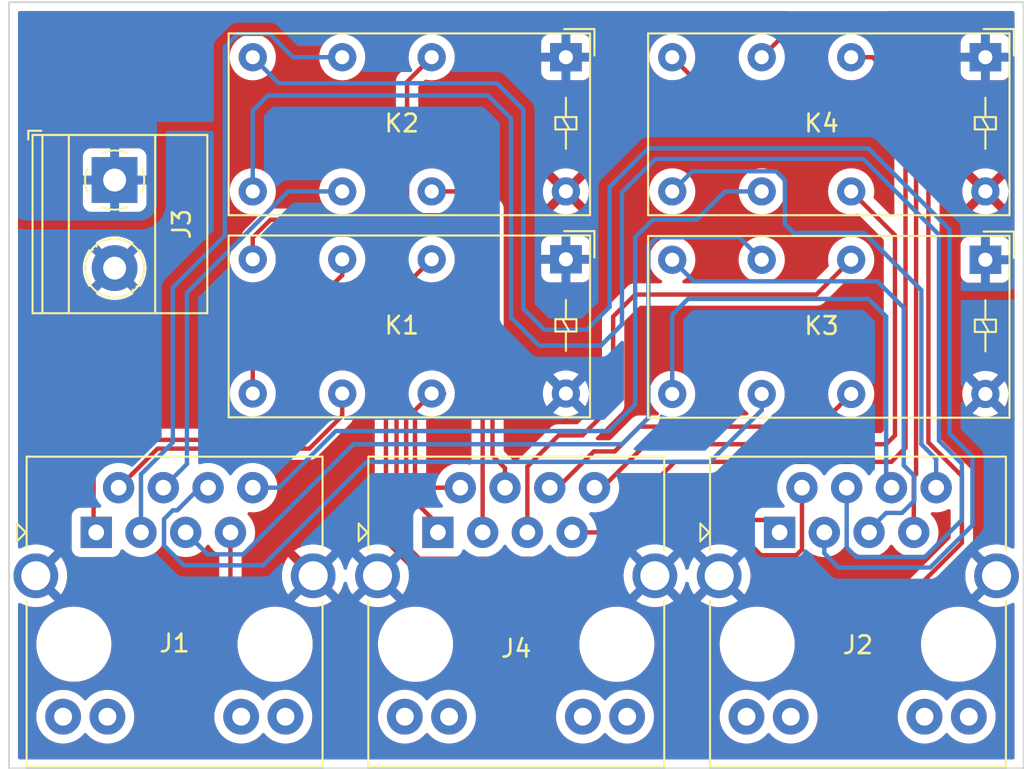
<source format=kicad_pcb>
(kicad_pcb (version 20211014) (generator pcbnew)
  (layers (0 "F.Cu" signal) (31 "B.Cu" signal) (34 "B.Paste" user) (35 "F.Paste" user) (36 "B.SilkS" user "B.Silkscreen") (37 "F.SilkS" user "F.Silkscreen") (38 "B.Mask" user) (39 "F.Mask" user) (44 "Edge.Cuts" user))
  (net 0 "")
  (net 1 "/HANDSET_PIN1")
  (net 2 "/NC_PIN1")
  (net 3 "/NO_PIN1")
  (net 4 "/HANDSET_PIN2")
  (net 5 "/NC_PIN2")
  (net 6 "/NO_PIN2")
  (net 7 "+12V")
  (net 8 "GND")
  (net 9 "/HANDSET_PIN3")
  (net 10 "/NC_PIN3")
  (net 11 "/NO_PIN3")
  (net 12 "/HANDSET_PIN4")
  (net 13 "/NC_PIN4")
  (net 14 "/NO_PIN4")
  (net 15 "/HANDSET_PIN5")
  (net 16 "/NC_PIN5")
  (net 17 "/NO_PIN5")
  (net 18 "/HANDSET_PIN6")
  (net 19 "/NC_PIN6")
  (net 20 "/NO_PIN6")
  (net 21 "/HANDSET_PIN7")
  (net 22 "/NC_PIN7")
  (net 23 "/NO_PIN7")
  (net 24 "/HANDSET_PIN8")
  (net 25 "/NC_PIN8")
  (net 26 "/NO_PIN8")
  (footprint "TerminalBlock_Phoenix:TerminalBlock_Phoenix_MKDS-1,5-2_1x02_P5.00mm_Horizontal" (layer "F.Cu") (at 145.695 97 -90)
    (fp_text reference "J3" (at 2.5 -3.805 90) (layer "F.SilkS"))
    (fp_text value "Screw_Terminal_01x02")
    (fp_line (start 6.275 -1.069) (end 6.228 -1.023) (layer "F.SilkS") (width 0.12))
    (fp_line (start -2.8 4.9) (end -2.3 4.9) (layer "F.SilkS") (width 0.12))
    (fp_line (start 3.966 1.239) (end 3.931 1.274) (layer "F.SilkS") (width 0.12))
    (fp_line (start -2.56 -5.261) (end 7.56 -5.261) (layer "F.SilkS") (width 0.12))
    (fp_line (start 3.773 1.023) (end 3.726 1.069) (layer "F.SilkS") (width 0.12))
    (fp_line (start -2.56 4.1) (end 7.56 4.1) (layer "F.SilkS") (width 0.12))
    (fp_line (start -2.56 4.66) (end 7.56 4.66) (layer "F.SilkS") (width 0.12))
    (fp_line (start 6.07 -1.275) (end 6.035 -1.239) (layer "F.SilkS") (width 0.12))
    (fp_line (start -2.56 2.6) (end 7.56 2.6) (layer "F.SilkS") (width 0.12))
    (fp_line (start 7.56 -5.261) (end 7.56 4.66) (layer "F.SilkS") (width 0.12))
    (fp_line (start -2.56 -2.301) (end 7.56 -2.301) (layer "F.SilkS") (width 0.12))
    (fp_line (start -2.56 -5.261) (end -2.56 4.66) (layer "F.SilkS") (width 0.12))
    (fp_line (start -2.8 4.16) (end -2.8 4.9) (layer "F.SilkS") (width 0.12))
    (fp_arc (start -0.683042 -1.535427) (mid 0.000524 -1.680501) (end 0.684 -1.535) (layer "F.SilkS") (width 0.12))
    (fp_arc (start 0.683318 1.534756) (mid 0.349292 1.643288) (end 0 1.68) (layer "F.SilkS") (width 0.12))
    (fp_arc (start -1.535427 0.683042) (mid -1.680501 -0.000524) (end -1.535 -0.684) (layer "F.SilkS") (width 0.12))
    (fp_arc (start 1.535427 -0.683042) (mid 1.680501 0.000524) (end 1.535 0.684) (layer "F.SilkS") (width 0.12))
    (fp_arc (start 0.028805 1.680253) (mid -0.335551 1.646659) (end -0.684 1.535) (layer "F.SilkS") (width 0.12))
    (fp_circle (center 5 0) (end 6.68 0) (layer "F.SilkS") (width 0.12) (fill none))
    (pad "1" thru_hole rect (at 0 0 270) (size 2.6 2.6) (drill 1.3) (layers *.Cu *.Mask) (net 7 "+12V"))
    (pad "2" thru_hole circle (at 5 0 270) (size 2.6 2.6) (drill 1.3) (layers *.Cu *.Mask) (net 8 "GND"))
  )
  (footprint "Relay_THT:Relay_DPDT_Finder_30.22" (layer "F.Cu") (at 195.135 90.024999 180)
    (fp_text reference "K4" (at 9.3 -3.75) (layer "F.SilkS"))
    (fp_text value "FINDER-30.22")
    (fp_line (start -0.6 -4.1) (end -0.6 -3.4) (layer "F.SilkS") (width 0.12))
    (fp_line (start 19.15 1.35) (end -1.37 1.35) (layer "F.SilkS") (width 0.12))
    (fp_line (start 19.15 -8.97) (end 19.15 1.35) (layer "F.SilkS") (width 0.12))
    (fp_line (start -1.62 1.6) (end -1.62 0.1) (layer "F.SilkS") (width 0.12))
    (fp_line (start 0.2 -3.4) (end -0.2 -4.1) (layer "F.SilkS") (width 0.12))
    (fp_line (start -1.37 1.35) (end -1.37 -8.97) (layer "F.SilkS") (width 0.12))
    (fp_line (start 0.6 -3.4) (end 0.6 -4.1) (layer "F.SilkS") (width 0.12))
    (fp_line (start 0 -4.1) (end 0 -5.2) (layer "F.SilkS") (width 0.12))
    (fp_line (start -0.6 -3.4) (end 0.6 -3.4) (layer "F.SilkS") (width 0.12))
    (fp_line (start 0.1 1.6) (end -1.62 1.6) (layer "F.SilkS") (width 0.12))
    (fp_line (start 0.6 -4.1) (end -0.6 -4.1) (layer "F.SilkS") (width 0.12))
    (fp_line (start -1.37 -8.97) (end 19.15 -8.97) (layer "F.SilkS") (width 0.12))
    (fp_line (start 0 -3.4) (end 0 -2.3) (layer "F.SilkS") (width 0.12))
    (pad "11" thru_hole circle (at 7.62 0 270) (size 1.6 1.6) (drill 0.8) (layers *.Cu *.Mask) (net 21 "/HANDSET_PIN7"))
    (pad "12" thru_hole circle (at 12.7 0 270) (size 1.6 1.6) (drill 0.8) (layers *.Cu *.Mask) (net 22 "/NC_PIN7"))
    (pad "14" thru_hole circle (at 17.78 0 270) (size 1.6 1.6) (drill 0.8) (layers *.Cu *.Mask) (net 23 "/NO_PIN7"))
    (pad "21" thru_hole circle (at 7.62 -7.62 270) (size 1.6 1.6) (drill 0.8) (layers *.Cu *.Mask) (net 24 "/HANDSET_PIN8"))
    (pad "22" thru_hole circle (at 12.7 -7.62 270) (size 1.6 1.6) (drill 0.8) (layers *.Cu *.Mask) (net 25 "/NC_PIN8"))
    (pad "24" thru_hole circle (at 17.78 -7.62) (size 1.6 1.6) (drill 0.8) (layers *.Cu *.Mask) (net 26 "/NO_PIN8"))
    (pad "A1" thru_hole rect (at 0 0 270) (size 1.6 1.8) (drill 0.8) (layers *.Cu *.Mask) (net 7 "+12V"))
    (pad "A2" thru_hole circle (at 0 -7.62 270) (size 1.6 1.6) (drill 0.8) (layers *.Cu *.Mask) (net 8 "GND"))
  )
  (footprint "Connector_RJ:RJ45_BEL_SS74301-00x_Vertical" (layer "F.Cu") (at 144.65 117.005)
    (fp_text reference "J1" (at 4.445 6.295) (layer "F.SilkS"))
    (fp_text value "RJ45_LED_Shielded")
    (fp_line (start -4.5 -0.5) (end -4.5 0.5) (layer "F.SilkS") (width 0.12))
    (fp_line (start -3.95 13.3) (end 12.85 13.3) (layer "F.SilkS") (width 0.12))
    (fp_line (start -3.95 13.2) (end -3.95 3.9) (layer "F.SilkS") (width 0.12))
    (fp_line (start -4 0) (end -4.5 -0.5) (layer "F.SilkS") (width 0.12))
    (fp_line (start 12.85 13.3) (end 12.85 3.9) (layer "F.SilkS") (width 0.12))
    (fp_line (start -3.95 -4.3) (end -3.95 1) (layer "F.SilkS") (width 0.12))
    (fp_line (start -4.5 0.5) (end -4 0) (layer "F.SilkS") (width 0.12))
    (fp_line (start -3.95 -4.3) (end 12.85 -4.3) (layer "F.SilkS") (width 0.12))
    (fp_line (start 12.85 -4.3) (end 12.85 1) (layer "F.SilkS") (width 0.12))
    (pad "" np_thru_hole circle (at -1.27 6.35) (size 3.2512 3.2512) (drill 3.2512) (layers *.Cu *.Mask))
    (pad "" np_thru_hole circle (at 10.16 6.35) (size 3.2512 3.2512) (drill 3.2512) (layers *.Cu *.Mask))
    (pad "1" thru_hole rect (at 0 0) (size 1.778 1.778) (drill 0.889) (layers *.Cu *.Mask) (net 2 "/NC_PIN1"))
    (pad "2" thru_hole circle (at 1.27 -2.54) (size 1.778 1.778) (drill 0.889) (layers *.Cu *.Mask) (net 5 "/NC_PIN2"))
    (pad "3" thru_hole circle (at 2.54 0) (size 1.778 1.778) (drill 0.889) (layers *.Cu *.Mask) (net 10 "/NC_PIN3"))
    (pad "4" thru_hole circle (at 3.81 -2.54) (size 1.778 1.778) (drill 0.889) (layers *.Cu *.Mask) (net 13 "/NC_PIN4"))
    (pad "5" thru_hole circle (at 5.08 0) (size 1.778 1.778) (drill 0.889) (layers *.Cu *.Mask) (net 16 "/NC_PIN5"))
    (pad "6" thru_hole circle (at 6.35 -2.54) (size 1.778 1.778) (drill 0.889) (layers *.Cu *.Mask) (net 19 "/NC_PIN6"))
    (pad "7" thru_hole circle (at 7.62 0) (size 1.778 1.778) (drill 0.889) (layers *.Cu *.Mask) (net 22 "/NC_PIN7"))
    (pad "8" thru_hole circle (at 8.89 -2.54) (size 1.778 1.778) (drill 0.889) (layers *.Cu *.Mask) (net 25 "/NC_PIN8"))
    (pad "9" thru_hole circle (at 10.7442 10.4648) (size 2.032 2.032) (drill 1.016) (layers *.Cu *.Mask))
    (pad "10" thru_hole circle (at 8.2296 10.4648) (size 2.032 2.032) (drill 1.016) (layers *.Cu *.Mask))
    (pad "11" thru_hole circle (at 0.635 10.4648) (size 2.032 2.032) (drill 1.016) (layers *.Cu *.Mask))
    (pad "12" thru_hole circle (at -1.8796 10.4648) (size 2.032 2.032) (drill 1.016) (layers *.Cu *.Mask))
    (pad "SH" thru_hole circle (at -3.429 2.4638) (size 2.54 2.54) (drill 1.651) (layers *.Cu *.Mask) (net 8 "GND"))
    (pad "SH" thru_hole circle (at 12.319 2.4638) (size 2.54 2.54) (drill 1.651) (layers *.Cu *.Mask) (net 8 "GND"))
  )
  (footprint "Relay_THT:Relay_DPDT_Finder_30.22" (layer "F.Cu") (at 195.135 101.524999 180)
    (fp_text reference "K3" (at 9.3 -3.75) (layer "F.SilkS"))
    (fp_text value "FINDER-30.22")
    (fp_line (start -0.6 -4.1) (end -0.6 -3.4) (layer "F.SilkS") (width 0.12))
    (fp_line (start 0.2 -3.4) (end -0.2 -4.1) (layer "F.SilkS") (width 0.12))
    (fp_line (start 19.15 1.35) (end -1.37 1.35) (layer "F.SilkS") (width 0.12))
    (fp_line (start 0.1 1.6) (end -1.62 1.6) (layer "F.SilkS") (width 0.12))
    (fp_line (start 0 -3.4) (end 0 -2.3) (layer "F.SilkS") (width 0.12))
    (fp_line (start -1.62 1.6) (end -1.62 0.1) (layer "F.SilkS") (width 0.12))
    (fp_line (start 0.6 -4.1) (end -0.6 -4.1) (layer "F.SilkS") (width 0.12))
    (fp_line (start -0.6 -3.4) (end 0.6 -3.4) (layer "F.SilkS") (width 0.12))
    (fp_line (start 19.15 -8.97) (end 19.15 1.35) (layer "F.SilkS") (width 0.12))
    (fp_line (start -1.37 1.35) (end -1.37 -8.97) (layer "F.SilkS") (width 0.12))
    (fp_line (start 0 -4.1) (end 0 -5.2) (layer "F.SilkS") (width 0.12))
    (fp_line (start 0.6 -3.4) (end 0.6 -4.1) (layer "F.SilkS") (width 0.12))
    (fp_line (start -1.37 -8.97) (end 19.15 -8.97) (layer "F.SilkS") (width 0.12))
    (pad "11" thru_hole circle (at 7.62 0 270) (size 1.6 1.6) (drill 0.8) (layers *.Cu *.Mask) (net 15 "/HANDSET_PIN5"))
    (pad "12" thru_hole circle (at 12.7 0 270) (size 1.6 1.6) (drill 0.8) (layers *.Cu *.Mask) (net 16 "/NC_PIN5"))
    (pad "14" thru_hole circle (at 17.78 0 270) (size 1.6 1.6) (drill 0.8) (layers *.Cu *.Mask) (net 17 "/NO_PIN5"))
    (pad "21" thru_hole circle (at 7.62 -7.62 270) (size 1.6 1.6) (drill 0.8) (layers *.Cu *.Mask) (net 18 "/HANDSET_PIN6"))
    (pad "22" thru_hole circle (at 12.7 -7.62 270) (size 1.6 1.6) (drill 0.8) (layers *.Cu *.Mask) (net 19 "/NC_PIN6"))
    (pad "24" thru_hole circle (at 17.78 -7.62) (size 1.6 1.6) (drill 0.8) (layers *.Cu *.Mask) (net 20 "/NO_PIN6"))
    (pad "A1" thru_hole rect (at 0 0 270) (size 1.6 1.8) (drill 0.8) (layers *.Cu *.Mask) (net 7 "+12V"))
    (pad "A2" thru_hole circle (at 0 -7.62 270) (size 1.6 1.6) (drill 0.8) (layers *.Cu *.Mask) (net 8 "GND"))
  )
  (footprint "Relay_THT:Relay_DPDT_Finder_30.22" (layer "F.Cu") (at 171.3175 90.024999 180)
    (fp_text reference "K2" (at 9.3175 -3.75) (layer "F.SilkS"))
    (fp_text value "FINDER-30.22")
    (fp_line (start 0.6 -3.4) (end 0.6 -4.1) (layer "F.SilkS") (width 0.12))
    (fp_line (start -1.62 1.6) (end -1.62 0.1) (layer "F.SilkS") (width 0.12))
    (fp_line (start 0 -4.1) (end 0 -5.2) (layer "F.SilkS") (width 0.12))
    (fp_line (start -1.37 1.35) (end -1.37 -8.97) (layer "F.SilkS") (width 0.12))
    (fp_line (start -1.37 -8.97) (end 19.15 -8.97) (layer "F.SilkS") (width 0.12))
    (fp_line (start 19.15 1.35) (end -1.37 1.35) (layer "F.SilkS") (width 0.12))
    (fp_line (start -0.6 -3.4) (end 0.6 -3.4) (layer "F.SilkS") (width 0.12))
    (fp_line (start 0.6 -4.1) (end -0.6 -4.1) (layer "F.SilkS") (width 0.12))
    (fp_line (start 0.1 1.6) (end -1.62 1.6) (layer "F.SilkS") (width 0.12))
    (fp_line (start -0.6 -4.1) (end -0.6 -3.4) (layer "F.SilkS") (width 0.12))
    (fp_line (start 0 -3.4) (end 0 -2.3) (layer "F.SilkS") (width 0.12))
    (fp_line (start 0.2 -3.4) (end -0.2 -4.1) (layer "F.SilkS") (width 0.12))
    (fp_line (start 19.15 -8.97) (end 19.15 1.35) (layer "F.SilkS") (width 0.12))
    (pad "11" thru_hole circle (at 7.62 0 270) (size 1.6 1.6) (drill 0.8) (layers *.Cu *.Mask) (net 9 "/HANDSET_PIN3"))
    (pad "12" thru_hole circle (at 12.7 0 270) (size 1.6 1.6) (drill 0.8) (layers *.Cu *.Mask) (net 10 "/NC_PIN3"))
    (pad "14" thru_hole circle (at 17.78 0 270) (size 1.6 1.6) (drill 0.8) (layers *.Cu *.Mask) (net 11 "/NO_PIN3"))
    (pad "21" thru_hole circle (at 7.62 -7.62 270) (size 1.6 1.6) (drill 0.8) (layers *.Cu *.Mask) (net 12 "/HANDSET_PIN4"))
    (pad "22" thru_hole circle (at 12.7 -7.62 270) (size 1.6 1.6) (drill 0.8) (layers *.Cu *.Mask) (net 13 "/NC_PIN4"))
    (pad "24" thru_hole circle (at 17.78 -7.62) (size 1.6 1.6) (drill 0.8) (layers *.Cu *.Mask) (net 14 "/NO_PIN4"))
    (pad "A1" thru_hole rect (at 0 0 270) (size 1.6 1.8) (drill 0.8) (layers *.Cu *.Mask) (net 7 "+12V"))
    (pad "A2" thru_hole circle (at 0 -7.62 270) (size 1.6 1.6) (drill 0.8) (layers *.Cu *.Mask) (net 8 "GND"))
  )
  (footprint "Connector_RJ:RJ45_BEL_SS74301-00x_Vertical" (layer "F.Cu") (at 183.45 117.005)
    (fp_text reference "J2" (at 4.445 6.395) (layer "F.SilkS"))
    (fp_text value "RJ45_LED_Shielded")
    (fp_line (start -3.95 -4.3) (end 12.85 -4.3) (layer "F.SilkS") (width 0.12))
    (fp_line (start -4 0) (end -4.5 -0.5) (layer "F.SilkS") (width 0.12))
    (fp_line (start -4.5 -0.5) (end -4.5 0.5) (layer "F.SilkS") (width 0.12))
    (fp_line (start 12.85 13.3) (end 12.85 3.9) (layer "F.SilkS") (width 0.12))
    (fp_line (start -3.95 -4.3) (end -3.95 1) (layer "F.SilkS") (width 0.12))
    (fp_line (start 12.85 -4.3) (end 12.85 1) (layer "F.SilkS") (width 0.12))
    (fp_line (start -3.95 13.2) (end -3.95 3.9) (layer "F.SilkS") (width 0.12))
    (fp_line (start -4.5 0.5) (end -4 0) (layer "F.SilkS") (width 0.12))
    (fp_line (start -3.95 13.3) (end 12.85 13.3) (layer "F.SilkS") (width 0.12))
    (pad "" np_thru_hole circle (at -1.27 6.35) (size 3.2512 3.2512) (drill 3.2512) (layers *.Cu *.Mask))
    (pad "" np_thru_hole circle (at 10.16 6.35) (size 3.2512 3.2512) (drill 3.2512) (layers *.Cu *.Mask))
    (pad "1" thru_hole rect (at 0 0) (size 1.778 1.778) (drill 0.889) (layers *.Cu *.Mask) (net 3 "/NO_PIN1"))
    (pad "2" thru_hole circle (at 1.27 -2.54) (size 1.778 1.778) (drill 0.889) (layers *.Cu *.Mask) (net 6 "/NO_PIN2"))
    (pad "3" thru_hole circle (at 2.54 0) (size 1.778 1.778) (drill 0.889) (layers *.Cu *.Mask) (net 11 "/NO_PIN3"))
    (pad "4" thru_hole circle (at 3.81 -2.54) (size 1.778 1.778) (drill 0.889) (layers *.Cu *.Mask) (net 14 "/NO_PIN4"))
    (pad "5" thru_hole circle (at 5.08 0) (size 1.778 1.778) (drill 0.889) (layers *.Cu *.Mask) (net 17 "/NO_PIN5"))
    (pad "6" thru_hole circle (at 6.35 -2.54) (size 1.778 1.778) (drill 0.889) (layers *.Cu *.Mask) (net 20 "/NO_PIN6"))
    (pad "7" thru_hole circle (at 7.62 0) (size 1.778 1.778) (drill 0.889) (layers *.Cu *.Mask) (net 23 "/NO_PIN7"))
    (pad "8" thru_hole circle (at 8.89 -2.54) (size 1.778 1.778) (drill 0.889) (layers *.Cu *.Mask) (net 26 "/NO_PIN8"))
    (pad "9" thru_hole circle (at 10.7442 10.4648) (size 2.032 2.032) (drill 1.016) (layers *.Cu *.Mask))
    (pad "10" thru_hole circle (at 8.2296 10.4648) (size 2.032 2.032) (drill 1.016) (layers *.Cu *.Mask))
    (pad "11" thru_hole circle (at 0.635 10.4648) (size 2.032 2.032) (drill 1.016) (layers *.Cu *.Mask))
    (pad "12" thru_hole circle (at -1.8796 10.4648) (size 2.032 2.032) (drill 1.016) (layers *.Cu *.Mask))
    (pad "SH" thru_hole circle (at -3.429 2.4638) (size 2.54 2.54) (drill 1.651) (layers *.Cu *.Mask) (net 8 "GND"))
    (pad "SH" thru_hole circle (at 12.319 2.4638) (size 2.54 2.54) (drill 1.651) (layers *.Cu *.Mask) (net 8 "GND"))
  )
  (footprint "Relay_THT:Relay_DPDT_Finder_30.22" (layer "F.Cu") (at 171.3175 101.5 180)
    (fp_text reference "K1" (at 9.3175 -3.75) (layer "F.SilkS"))
    (fp_text value "FINDER-30.22")
    (fp_line (start 0.1 1.6) (end -1.62 1.6) (layer "F.SilkS") (width 0.12))
    (fp_line (start 19.15 1.35) (end -1.37 1.35) (layer "F.SilkS") (width 0.12))
    (fp_line (start 0 -4.1) (end 0 -5.2) (layer "F.SilkS") (width 0.12))
    (fp_line (start 0.6 -3.4) (end 0.6 -4.1) (layer "F.SilkS") (width 0.12))
    (fp_line (start 0 -3.4) (end 0 -2.3) (layer "F.SilkS") (width 0.12))
    (fp_line (start 0.6 -4.1) (end -0.6 -4.1) (layer "F.SilkS") (width 0.12))
    (fp_line (start -0.6 -3.4) (end 0.6 -3.4) (layer "F.SilkS") (width 0.12))
    (fp_line (start -1.37 -8.97) (end 19.15 -8.97) (layer "F.SilkS") (width 0.12))
    (fp_line (start -1.37 1.35) (end -1.37 -8.97) (layer "F.SilkS") (width 0.12))
    (fp_line (start 19.15 -8.97) (end 19.15 1.35) (layer "F.SilkS") (width 0.12))
    (fp_line (start -0.6 -4.1) (end -0.6 -3.4) (layer "F.SilkS") (width 0.12))
    (fp_line (start 0.2 -3.4) (end -0.2 -4.1) (layer "F.SilkS") (width 0.12))
    (fp_line (start -1.62 1.6) (end -1.62 0.1) (layer "F.SilkS") (width 0.12))
    (pad "11" thru_hole circle (at 7.62 0 270) (size 1.6 1.6) (drill 0.8) (layers *.Cu *.Mask) (net 1 "/HANDSET_PIN1"))
    (pad "12" thru_hole circle (at 12.7 0 270) (size 1.6 1.6) (drill 0.8) (layers *.Cu *.Mask) (net 2 "/NC_PIN1"))
    (pad "14" thru_hole circle (at 17.78 0 270) (size 1.6 1.6) (drill 0.8) (layers *.Cu *.Mask) (net 3 "/NO_PIN1"))
    (pad "21" thru_hole circle (at 7.62 -7.62 270) (size 1.6 1.6) (drill 0.8) (layers *.Cu *.Mask) (net 4 "/HANDSET_PIN2"))
    (pad "22" thru_hole circle (at 12.7 -7.62 270) (size 1.6 1.6) (drill 0.8) (layers *.Cu *.Mask) (net 5 "/NC_PIN2"))
    (pad "24" thru_hole circle (at 17.78 -7.62) (size 1.6 1.6) (drill 0.8) (layers *.Cu *.Mask) (net 6 "/NO_PIN2"))
    (pad "A1" thru_hole rect (at 0 0 270) (size 1.6 1.8) (drill 0.8) (layers *.Cu *.Mask) (net 7 "+12V"))
    (pad "A2" thru_hole circle (at 0 -7.62 270) (size 1.6 1.6) (drill 0.8) (layers *.Cu *.Mask) (net 8 "GND"))
  )
  (footprint "Connector_RJ:RJ45_BEL_SS74301-00x_Vertical" (layer "F.Cu") (at 164.05 117.005)
    (fp_text reference "J4" (at 4.445 6.595) (layer "F.SilkS"))
    (fp_text value "RJ45_LED_Shielded")
    (fp_line (start -4 0) (end -4.5 -0.5) (layer "F.SilkS") (width 0.12))
    (fp_line (start -3.95 13.2) (end -3.95 3.9) (layer "F.SilkS") (width 0.12))
    (fp_line (start -3.95 -4.3) (end 12.85 -4.3) (layer "F.SilkS") (width 0.12))
    (fp_line (start -3.95 -4.3) (end -3.95 1) (layer "F.SilkS") (width 0.12))
    (fp_line (start 12.85 -4.3) (end 12.85 1) (layer "F.SilkS") (width 0.12))
    (fp_line (start 12.85 13.3) (end 12.85 3.9) (layer "F.SilkS") (width 0.12))
    (fp_line (start -3.95 13.3) (end 12.85 13.3) (layer "F.SilkS") (width 0.12))
    (fp_line (start -4.5 0.5) (end -4 0) (layer "F.SilkS") (width 0.12))
    (fp_line (start -4.5 -0.5) (end -4.5 0.5) (layer "F.SilkS") (width 0.12))
    (pad "" np_thru_hole circle (at -1.27 6.35) (size 3.2512 3.2512) (drill 3.2512) (layers *.Cu *.Mask))
    (pad "" np_thru_hole circle (at 10.16 6.35) (size 3.2512 3.2512) (drill 3.2512) (layers *.Cu *.Mask))
    (pad "1" thru_hole rect (at 0 0) (size 1.778 1.778) (drill 0.889) (layers *.Cu *.Mask) (net 1 "/HANDSET_PIN1"))
    (pad "2" thru_hole circle (at 1.27 -2.54) (size 1.778 1.778) (drill 0.889) (layers *.Cu *.Mask) (net 4 "/HANDSET_PIN2"))
    (pad "3" thru_hole circle (at 2.54 0) (size 1.778 1.778) (drill 0.889) (layers *.Cu *.Mask) (net 9 "/HANDSET_PIN3"))
    (pad "4" thru_hole circle (at 3.81 -2.54) (size 1.778 1.778) (drill 0.889) (layers *.Cu *.Mask) (net 12 "/HANDSET_PIN4"))
    (pad "5" thru_hole circle (at 5.08 0) (size 1.778 1.778) (drill 0.889) (layers *.Cu *.Mask) (net 15 "/HANDSET_PIN5"))
    (pad "6" thru_hole circle (at 6.35 -2.54) (size 1.778 1.778) (drill 0.889) (layers *.Cu *.Mask) (net 18 "/HANDSET_PIN6"))
    (pad "7" thru_hole circle (at 7.62 0) (size 1.778 1.778) (drill 0.889) (layers *.Cu *.Mask) (net 21 "/HANDSET_PIN7"))
    (pad "8" thru_hole circle (at 8.89 -2.54) (size 1.778 1.778) (drill 0.889) (layers *.Cu *.Mask) (net 24 "/HANDSET_PIN8"))
    (pad "9" thru_hole circle (at 10.7442 10.4648) (size 2.032 2.032) (drill 1.016) (layers *.Cu *.Mask))
    (pad "10" thru_hole circle (at 8.2296 10.4648) (size 2.032 2.032) (drill 1.016) (layers *.Cu *.Mask))
    (pad "11" thru_hole circle (at 0.635 10.4648) (size 2.032 2.032) (drill 1.016) (layers *.Cu *.Mask))
    (pad "12" thru_hole circle (at -1.8796 10.4648) (size 2.032 2.032) (drill 1.016) (layers *.Cu *.Mask))
    (pad "SH" thru_hole circle (at -3.429 2.4638) (size 2.54 2.54) (drill 1.651) (layers *.Cu *.Mask) (net 8 "GND"))
    (pad "SH" thru_hole circle (at 12.319 2.4638) (size 2.54 2.54) (drill 1.651) (layers *.Cu *.Mask) (net 8 "GND"))
  )
  (gr_rect (start 197.3 130.4) (end 139.7 86.9) (layer "Edge.Cuts") (width 0.1) (fill none))
  (segment (start 164.5 117) (end 164.5 117.005) (width 0.25) (layer "F.Cu") (net 1))
  (segment (start 162.24875 102.94875) (end 163.6975 101.5) (width 0.25) (layer "F.Cu") (net 1))
  (segment (start 164.5 117.005) (end 162.24875 114.75375) (width 0.25) (layer "F.Cu") (net 1))
  (segment (start 162.24875 114.75375) (end 162.24875 102.94875) (width 0.25) (layer "F.Cu") (net 1))
  (segment (start 144.5 116.855) (end 144.5 113.75) (width 0.25) (layer "F.Cu") (net 2))
  (segment (start 156.05875 104.95875) (end 158.6175 102.4) (width 0.25) (layer "F.Cu") (net 2))
  (segment (start 144.5 113.75) (end 146.5 111.75) (width 0.25) (layer "F.Cu") (net 2))
  (segment (start 146.5 111.75) (end 154.15 111.75) (width 0.25) (layer "F.Cu") (net 2))
  (segment (start 156.05875 109.84125) (end 156.05875 104.95875) (width 0.25) (layer "F.Cu") (net 2))
  (segment (start 158.6175 102.4) (end 158.6175 101.5) (width 0.25) (layer "F.Cu") (net 2))
  (segment (start 144.65 117.005) (end 144.5 116.855) (width 0.25) (layer "F.Cu") (net 2))
  (segment (start 154.15 111.75) (end 156.05875 109.84125) (width 0.25) (layer "F.Cu") (net 2))
  (segment (start 161.7 117.2) (end 161.7 101.3) (width 0.25) (layer "F.Cu") (net 3))
  (segment (start 175 116.3) (end 172.8 118.5) (width 0.25) (layer "F.Cu") (net 3))
  (segment (start 183.45 117.005) (end 182.745 116.3) (width 0.25) (layer "F.Cu") (net 3))
  (segment (start 153.5375 100.2625) (end 153.5375 101.5) (width 0.25) (layer "F.Cu") (net 3))
  (segment (start 163 118.5) (end 161.7 117.2) (width 0.25) (layer "F.Cu") (net 3))
  (segment (start 172.8 118.5) (end 163 118.5) (width 0.25) (layer "F.Cu") (net 3))
  (segment (start 182.745 116.3) (end 175 116.3) (width 0.25) (layer "F.Cu") (net 3))
  (segment (start 161.7 101.3) (end 159.65 99.25) (width 0.25) (layer "F.Cu") (net 3))
  (segment (start 154.55 99.25) (end 153.5375 100.2625) (width 0.25) (layer "F.Cu") (net 3))
  (segment (start 159.65 99.25) (end 154.55 99.25) (width 0.25) (layer "F.Cu") (net 3))
  (segment (start 164.41 109.12) (end 163.6975 109.12) (width 0.25) (layer "F.Cu") (net 4))
  (segment (start 162.75 114) (end 162.75 110.0675) (width 0.25) (layer "F.Cu") (net 4))
  (segment (start 162.75 110.0675) (end 163.6975 109.12) (width 0.25) (layer "F.Cu") (net 4))
  (segment (start 165.32 114.465) (end 163.215 114.465) (width 0.25) (layer "F.Cu") (net 4))
  (segment (start 163.215 114.465) (end 162.75 114) (width 0.25) (layer "F.Cu") (net 4))
  (segment (start 145.92 114.465) (end 148.135 112.25) (width 0.25) (layer "F.Cu") (net 5))
  (segment (start 158.6175 110.3825) (end 158.6175 109.12) (width 0.25) (layer "F.Cu") (net 5))
  (segment (start 156.75 112.25) (end 158.6175 110.3825) (width 0.25) (layer "F.Cu") (net 5))
  (segment (start 148.135 112.25) (end 156.75 112.25) (width 0.25) (layer "F.Cu") (net 5))
  (segment (start 161.1 101.7) (end 161.1 117.5) (width 0.25) (layer "F.Cu") (net 6))
  (segment (start 184.72 114.465) (end 184.72 117.98) (width 0.25) (layer "F.Cu") (net 6))
  (segment (start 161.1 117.5) (end 162.7 119.1) (width 0.25) (layer "F.Cu") (net 6))
  (segment (start 159.5 100.1) (end 161.1 101.7) (width 0.25) (layer "F.Cu") (net 6))
  (segment (start 155.95 101.45) (end 157.3 100.1) (width 0.25) (layer "F.Cu") (net 6))
  (segment (start 155.95 102.25) (end 155.95 101.45) (width 0.25) (layer "F.Cu") (net 6))
  (segment (start 153.5375 104.6625) (end 155.95 102.25) (width 0.25) (layer "F.Cu") (net 6))
  (segment (start 173.1 119.1) (end 173.9 118.3) (width 0.25) (layer "F.Cu") (net 6))
  (segment (start 157.3 100.1) (end 159.5 100.1) (width 0.25) (layer "F.Cu") (net 6))
  (segment (start 175.3 116.9) (end 173.9 118.3) (width 0.25) (layer "F.Cu") (net 6))
  (segment (start 182.4 118.3) (end 181.5 117.4) (width 0.25) (layer "F.Cu") (net 6))
  (segment (start 184.4 118.3) (end 182.4 118.3) (width 0.25) (layer "F.Cu") (net 6))
  (segment (start 173.9 118.3) (end 173.5 118.7) (width 0.25) (layer "F.Cu") (net 6))
  (segment (start 181.5 117.4) (end 181 116.9) (width 0.25) (layer "F.Cu") (net 6))
  (segment (start 184.72 117.98) (end 184.4 118.3) (width 0.25) (layer "F.Cu") (net 6))
  (segment (start 153.5375 109.12) (end 153.5375 104.6625) (width 0.25) (layer "F.Cu") (net 6))
  (segment (start 173.5 118.7) (end 173.2 119) (width 0.25) (layer "F.Cu") (net 6))
  (segment (start 162.7 119.1) (end 173.1 119.1) (width 0.25) (layer "F.Cu") (net 6))
  (segment (start 181 116.9) (end 175.3 116.9) (width 0.25) (layer "F.Cu") (net 6))
  (segment (start 165.8 99) (end 166.59 99.79) (width 0.25) (layer "F.Cu") (net 9))
  (segment (start 167.04 117.005) (end 167 116.965) (width 0.25) (layer "F.Cu") (net 9))
  (segment (start 163.6975 90.024999) (end 162.3 91.4225) (width 0.25) (layer "F.Cu") (net 9))
  (segment (start 166.59 99.79) (end 166.59 117.005) (width 0.25) (layer "F.Cu") (net 9))
  (segment (start 162.3 91.4225) (end 162.3 98.55) (width 0.25) (layer "F.Cu") (net 9))
  (segment (start 162.3 98.55) (end 162.75 99) (width 0.25) (layer "F.Cu") (net 9))
  (segment (start 162.75 99) (end 165.8 99) (width 0.25) (layer "F.Cu") (net 9))
  (segment (start 149 111.9) (end 149 103.1) (width 0.25) (layer "B.Cu") (net 10))
  (segment (start 152.7 88.7) (end 154.5 88.7) (width 0.25) (layer "B.Cu") (net 10))
  (segment (start 149 103.1) (end 151.95 100.15) (width 0.25) (layer "B.Cu") (net 10))
  (segment (start 147.19 117.005) (end 147.19 113.71) (width 0.25) (layer "B.Cu") (net 10))
  (segment (start 151.95 100.15) (end 151.95 89.45) (width 0.25) (layer "B.Cu") (net 10))
  (segment (start 147.19 113.71) (end 149 111.9) (width 0.25) (layer "B.Cu") (net 10))
  (segment (start 151.95 89.45) (end 152.7 88.7) (width 0.25) (layer "B.Cu") (net 10))
  (segment (start 154.5 88.7) (end 155.824999 90.024999) (width 0.25) (layer "B.Cu") (net 10))
  (segment (start 155.824999 90.024999) (end 158.6175 90.024999) (width 0.25) (layer "B.Cu") (net 10))
  (segment (start 168.9 104.3) (end 168.9 93) (width 0.25) (layer "B.Cu") (net 11))
  (segment (start 193.1 111.4) (end 193.1 99.8) (width 0.25) (layer "B.Cu") (net 11))
  (segment (start 186.8 119) (end 192 119) (width 0.25) (layer "B.Cu") (net 11))
  (segment (start 155.012501 91.5) (end 153.5375 90.024999) (width 0.25) (layer "B.Cu") (net 11))
  (segment (start 167.4 91.5) (end 155.012501 91.5) (width 0.25) (layer "B.Cu") (net 11))
  (segment (start 173.8 104.2) (end 172.5 105.5) (width 0.25) (layer "B.Cu") (net 11))
  (segment (start 168.9 93) (end 167.4 91.5) (width 0.25) (layer "B.Cu") (net 11))
  (segment (start 192 119) (end 194.4 116.6) (width 0.25) (layer "B.Cu") (net 11))
  (segment (start 185.99 118.19) (end 186.8 119) (width 0.25) (layer "B.Cu") (net 11))
  (segment (start 188.5 95.2) (end 176 95.2) (width 0.25) (layer "B.Cu") (net 11))
  (segment (start 170.1 105.5) (end 168.9 104.3) (width 0.25) (layer "B.Cu") (net 11))
  (segment (start 193.1 99.8) (end 188.5 95.2) (width 0.25) (layer "B.Cu") (net 11))
  (segment (start 176 95.2) (end 173.8 97.4) (width 0.25) (layer "B.Cu") (net 11))
  (segment (start 194.4 112.7) (end 193.1 111.4) (width 0.25) (layer "B.Cu") (net 11))
  (segment (start 173.8 97.4) (end 173.8 104.2) (width 0.25) (layer "B.Cu") (net 11))
  (segment (start 185.99 117.005) (end 185.99 118.19) (width 0.25) (layer "B.Cu") (net 11))
  (segment (start 172.5 105.5) (end 170.1 105.5) (width 0.25) (layer "B.Cu") (net 11))
  (segment (start 194.4 116.6) (end 194.4 112.7) (width 0.25) (layer "B.Cu") (net 11))
  (segment (start 167.86 114.465) (end 167.86 113.36) (width 0.25) (layer "F.Cu") (net 12))
  (segment (start 166.144999 97.644999) (end 163.6975 97.644999) (width 0.25) (layer "F.Cu") (net 12))
  (segment (start 167.86 113.36) (end 167.15 112.65) (width 0.25) (layer "F.Cu") (net 12))
  (segment (start 167.15 112.65) (end 167.15 98.65) (width 0.25) (layer "F.Cu") (net 12))
  (segment (start 167.15 98.65) (end 166.144999 97.644999) (width 0.25) (layer "F.Cu") (net 12))
  (segment (start 149.8 103.4) (end 155.555001 97.644999) (width 0.25) (layer "B.Cu") (net 13))
  (segment (start 148.46 114.465) (end 149.8 113.125) (width 0.25) (layer "B.Cu") (net 13))
  (segment (start 155.555001 97.644999) (end 158.6175 97.644999) (width 0.25) (layer "B.Cu") (net 13))
  (segment (start 149.8 113.125) (end 149.8 103.4) (width 0.25) (layer "B.Cu") (net 13))
  (segment (start 187.26 117.86) (end 187.8 118.4) (width 0.25) (layer "B.Cu") (net 14))
  (segment (start 176.4 95.8) (end 174.5 97.7) (width 0.25) (layer "B.Cu") (net 14))
  (segment (start 174.5 97.7) (end 174.5 105.2) (width 0.25) (layer "B.Cu") (net 14))
  (segment (start 187.8 118.4) (end 191.7 118.4) (width 0.25) (layer "B.Cu") (net 14))
  (segment (start 193.8 116.3) (end 193.8 113.1) (width 0.25) (layer "B.Cu") (net 14))
  (segment (start 169.8 106.4) (end 168.2 104.8) (width 0.25) (layer "B.Cu") (net 14))
  (segment (start 168.2 93.5) (end 166.9 92.2) (width 0.25) (layer "B.Cu") (net 14))
  (segment (start 192.5 111.8) (end 192.5 100.1) (width 0.25) (layer "B.Cu") (net 14))
  (segment (start 173.3 106.4) (end 169.8 106.4) (width 0.25) (layer "B.Cu") (net 14))
  (segment (start 187.26 114.465) (end 187.26 117.86) (width 0.25) (layer "B.Cu") (net 14))
  (segment (start 166.9 92.2) (end 154.4 92.2) (width 0.25) (layer "B.Cu") (net 14))
  (segment (start 168.2 104.8) (end 168.2 93.5) (width 0.25) (layer "B.Cu") (net 14))
  (segment (start 191.7 118.4) (end 193.8 116.3) (width 0.25) (layer "B.Cu") (net 14))
  (segment (start 193.8 113.1) (end 192.5 111.8) (width 0.25) (layer "B.Cu") (net 14))
  (segment (start 188.2 95.8) (end 176.4 95.8) (width 0.25) (layer "B.Cu") (net 14))
  (segment (start 154.4 92.2) (end 153.5375 93.0625) (width 0.25) (layer "B.Cu") (net 14))
  (segment (start 192.5 100.1) (end 188.2 95.8) (width 0.25) (layer "B.Cu") (net 14))
  (segment (start 174.5 105.2) (end 173.3 106.4) (width 0.25) (layer "B.Cu") (net 14))
  (segment (start 153.5375 93.0625) (end 153.5375 97.644999) (width 0.25) (layer "B.Cu") (net 14))
  (segment (start 174 104.75) (end 175.25 103.5) (width 0.25) (layer "F.Cu") (net 15))
  (segment (start 170.9 111.5) (end 172.25 111.5) (width 0.25) (layer "F.Cu") (net 15))
  (segment (start 185.539999 103.5) (end 187.515 101.524999) (width 0.25) (layer "F.Cu") (net 15))
  (segment (start 174 109.75) (end 174 104.75) (width 0.25) (layer "F.Cu") (net 15))
  (segment (start 172.25 111.5) (end 174 109.75) (width 0.25) (layer "F.Cu") (net 15))
  (segment (start 175.25 103.5) (end 185.539999 103.5) (width 0.25) (layer "F.Cu") (net 15))
  (segment (start 169.13 117.005) (end 169.13 113.27) (width 0.25) (layer "F.Cu") (net 15))
  (segment (start 169.13 113.27) (end 170.9 111.5) (width 0.25) (layer "F.Cu") (net 15))
  (segment (start 176.5 100.25) (end 181.160001 100.25) (width 0.25) (layer "B.Cu") (net 16))
  (segment (start 176 100.75) (end 176.5 100.25) (width 0.25) (layer "B.Cu") (net 16))
  (segment (start 181.160001 100.25) (end 182.435 101.524999) (width 0.25) (layer "B.Cu") (net 16))
  (segment (start 149.73 117.005) (end 150.975 118.25) (width 0.25) (layer "B.Cu") (net 16))
  (segment (start 159.25 112) (end 174.5 112) (width 0.25) (layer "B.Cu") (net 16))
  (segment (start 149.73 117.005) (end 149.75 116.985) (width 0.25) (layer "B.Cu") (net 16))
  (segment (start 174.5 112) (end 176 110.5) (width 0.25) (layer "B.Cu") (net 16))
  (segment (start 153 118.25) (end 159.25 112) (width 0.25) (layer "B.Cu") (net 16))
  (segment (start 176 110.5) (end 176 100.75) (width 0.25) (layer "B.Cu") (net 16))
  (segment (start 150.975 118.25) (end 153 118.25) (width 0.25) (layer "B.Cu") (net 16))
  (segment (start 190.5 113.2) (end 191.1 113.8) (width 0.25) (layer "B.Cu") (net 17))
  (segment (start 190.5 104.25) (end 190.5 113.2) (width 0.25) (layer "B.Cu") (net 17))
  (segment (start 189 102.75) (end 190.5 104.25) (width 0.25) (layer "B.Cu") (net 17))
  (segment (start 189.5 115.9) (end 188.53 116.87) (width 0.25) (layer "B.Cu") (net 17))
  (segment (start 177.355 101.524999) (end 178.580001 102.75) (width 0.25) (layer "B.Cu") (net 17))
  (segment (start 178.580001 102.75) (end 189 102.75) (width 0.25) (layer "B.Cu") (net 17))
  (segment (start 191.1 115.2) (end 190.4 115.9) (width 0.25) (layer "B.Cu") (net 17))
  (segment (start 188.53 116.87) (end 188.53 117.005) (width 0.25) (layer "B.Cu") (net 17))
  (segment (start 191.1 113.8) (end 191.1 115.2) (width 0.25) (layer "B.Cu") (net 17))
  (segment (start 190.4 115.9) (end 189.5 115.9) (width 0.25) (layer "B.Cu") (net 17))
  (segment (start 174.0925 112.4075) (end 175.5 111) (width 0.25) (layer "F.Cu") (net 18))
  (segment (start 175.5 111) (end 185.659999 111) (width 0.25) (layer "F.Cu") (net 18))
  (segment (start 172.9075 112.4075) (end 174.0925 112.4075) (width 0.25) (layer "F.Cu") (net 18))
  (segment (start 185.659999 111) (end 187.515 109.144999) (width 0.25) (layer "F.Cu") (net 18))
  (segment (start 170.85 114.465) (end 172.9075 112.4075) (width 0.25) (layer "F.Cu") (net 18))
  (segment (start 182.435 110.065) (end 182.435 109.144999) (width 0.25) (layer "B.Cu") (net 19))
  (segment (start 148.5 117.75) (end 149.625 118.875) (width 0.25) (layer "B.Cu") (net 19))
  (segment (start 151 114.465) (end 150.535 114.465) (width 0.25) (layer "B.Cu") (net 19))
  (segment (start 179.5 113) (end 182.435 110.065) (width 0.25) (layer "B.Cu") (net 19))
  (segment (start 149 115.75) (end 148.5 116.25) (width 0.25) (layer "B.Cu") (net 19))
  (segment (start 154.125 118.875) (end 160 113) (width 0.25) (layer "B.Cu") (net 19))
  (segment (start 160 113) (end 179.5 113) (width 0.25) (layer "B.Cu") (net 19))
  (segment (start 149.25 115.75) (end 149 115.75) (width 0.25) (layer "B.Cu") (net 19))
  (segment (start 150.535 114.465) (end 149.25 115.75) (width 0.25) (layer "B.Cu") (net 19))
  (segment (start 149.625 118.875) (end 154.125 118.875) (width 0.25) (layer "B.Cu") (net 19))
  (segment (start 148.5 116.25) (end 148.5 117.75) (width 0.25) (layer "B.Cu") (net 19))
  (segment (start 177.355 104.645) (end 178.25 103.75) (width 0.25) (layer "B.Cu") (net 20))
  (segment (start 188.5 103.75) (end 189.5 104.75) (width 0.25) (layer "B.Cu") (net 20))
  (segment (start 189.5 104.75) (end 189.5 114.165) (width 0.25) (layer "B.Cu") (net 20))
  (segment (start 178.25 103.75) (end 188.5 103.75) (width 0.25) (layer "B.Cu") (net 20))
  (segment (start 177.355 109.144999) (end 177.355 104.645) (width 0.25) (layer "B.Cu") (net 20))
  (segment (start 189.5 114.165) (end 189.8 114.465) (width 0.25) (layer "B.Cu") (net 20))
  (segment (start 172.12 117.005) (end 173.495 117.005) (width 0.25) (layer "F.Cu") (net 21))
  (segment (start 190.6 91.9) (end 188.724999 90.024999) (width 0.25) (layer "F.Cu") (net 21))
  (segment (start 190.6 112.2) (end 190.6 91.9) (width 0.25) (layer "F.Cu") (net 21))
  (segment (start 173.495 117.005) (end 177.5 113) (width 0.25) (layer "F.Cu") (net 21))
  (segment (start 188.724999 90.024999) (end 187.515 90.024999) (width 0.25) (layer "F.Cu") (net 21))
  (segment (start 189.8 113) (end 190.6 112.2) (width 0.25) (layer "F.Cu") (net 21))
  (segment (start 177.5 113) (end 189.8 113) (width 0.25) (layer "F.Cu") (net 21))
  (segment (start 185.7 125.7) (end 193.8 117.6) (width 0.25) (layer "F.Cu") (net 22))
  (segment (start 184.56 87.9) (end 182.435 90.024999) (width 0.25) (layer "F.Cu") (net 22))
  (segment (start 191.9 111.9) (end 191.9 90.8) (width 0.25) (layer "F.Cu") (net 22))
  (segment (start 153 125.7) (end 185.7 125.7) (width 0.25) (layer "F.Cu") (net 22))
  (segment (start 189 87.9) (end 184.56 87.9) (width 0.25) (layer "F.Cu") (net 22))
  (segment (start 152.27 124.97) (end 153 125.7) (width 0.25) (layer "F.Cu") (net 22))
  (segment (start 193.8 113.8) (end 191.9 111.9) (width 0.25) (layer "F.Cu") (net 22))
  (segment (start 191.9 90.8) (end 189 87.9) (width 0.25) (layer "F.Cu") (net 22))
  (segment (start 152.27 117.005) (end 152.27 124.97) (width 0.25) (layer "F.Cu") (net 22))
  (segment (start 193.8 117.6) (end 193.8 113.8) (width 0.25) (layer "F.Cu") (net 22))
  (segment (start 191.07 113.83) (end 191.2 113.7) (width 0.25) (layer "F.Cu") (net 23))
  (segment (start 178.830001 91.5) (end 177.355 90.024999) (width 0.25) (layer "F.Cu") (net 23))
  (segment (start 191.07 117.005) (end 191.07 113.83) (width 0.25) (layer "F.Cu") (net 23))
  (segment (start 188.5 88.5) (end 184.9 88.5) (width 0.25) (layer "F.Cu") (net 23))
  (segment (start 191.2 91.2) (end 188.5 88.5) (width 0.25) (layer "F.Cu") (net 23))
  (segment (start 184.25 90.95) (end 183.7 91.5) (width 0.25) (layer "F.Cu") (net 23))
  (segment (start 183.7 91.5) (end 178.830001 91.5) (width 0.25) (layer "F.Cu") (net 23))
  (segment (start 184.25 89.15) (end 184.25 90.95) (width 0.25) (layer "F.Cu") (net 23))
  (segment (start 184.9 88.5) (end 184.25 89.15) (width 0.25) (layer "F.Cu") (net 23))
  (segment (start 191.2 113.7) (end 191.2 91.2) (width 0.25) (layer "F.Cu") (net 23))
  (segment (start 175.855 112) (end 189.5 112) (width 0.25) (layer "F.Cu") (net 24))
  (segment (start 189.5 112) (end 190 111.5) (width 0.25) (layer "F.Cu") (net 24))
  (segment (start 190 111.5) (end 190 100.129999) (width 0.25) (layer "F.Cu") (net 24))
  (segment (start 173.39 114.465) (end 175.855 112) (width 0.25) (layer "F.Cu") (net 24))
  (segment (start 190 100.129999) (end 187.515 97.644999) (width 0.25) (layer "F.Cu") (net 24))
  (segment (start 153.54 114.465) (end 155.035 114.465) (width 0.25) (layer "B.Cu") (net 25))
  (segment (start 175.25 100.25) (end 176.25 99.25) (width 0.25) (layer "B.Cu") (net 25))
  (segment (start 175.25 109.75) (end 175.25 100.25) (width 0.25) (layer "B.Cu") (net 25))
  (segment (start 178.75 99.25) (end 180.355001 97.644999) (width 0.25) (layer "B.Cu") (net 25))
  (segment (start 176.25 99.25) (end 178.75 99.25) (width 0.25) (layer "B.Cu") (net 25))
  (segment (start 158.25 111.25) (end 173.75 111.25) (width 0.25) (layer "B.Cu") (net 25))
  (segment (start 180.355001 97.644999) (end 182.435 97.644999) (width 0.25) (layer "B.Cu") (net 25))
  (segment (start 173.75 111.25) (end 175.25 109.75) (width 0.25) (layer "B.Cu") (net 25))
  (segment (start 155.035 114.465) (end 158.25 111.25) (width 0.25) (layer "B.Cu") (net 25))
  (segment (start 188.25 100) (end 191.5 103.25) (width 0.25) (layer "B.Cu") (net 26))
  (segment (start 191.5 112) (end 192.34 112.84) (width 0.25) (layer "B.Cu") (net 26))
  (segment (start 183.75 99.5) (end 184.25 100) (width 0.25) (layer "B.Cu") (net 26))
  (segment (start 183.25 96.5) (end 178.499999 96.5) (width 0.25) (layer "B.Cu") (net 26))
  (segment (start 178.499999 96.5) (end 177.355 97.644999) (width 0.25) (layer "B.Cu") (net 26))
  (segment (start 183.75 97) (end 183.25 96.5) (width 0.25) (layer "B.Cu") (net 26))
  (segment (start 191.5 103.25) (end 191.5 112) (width 0.25) (layer "B.Cu") (net 26))
  (segment (start 192.34 112.84) (end 192.34 114.465) (width 0.25) (layer "B.Cu") (net 26))
  (segment (start 183.75 97) (end 183.75 99.5) (width 0.25) (layer "B.Cu") (net 26))
  (segment (start 184.25 100) (end 188.25 100) (width 0.25) (layer "B.Cu") (net 26))
  (zone (net 8) (net_name "GND") (layers F&B.Cu) (connect_pads (clearance 0.508)) (min_thickness 0.2) (fill yes (thermal_gap 0.508) (thermal_bridge_width 0.508) (smoothing fillet) (radius 1))
    (polygon (pts (xy 197.3 130.4) (xy 139.7 130.4) (xy 139.7 86.9) (xy 169 86.9) (xy 173.6 86.9) (xy 197.3 86.9)))
  )
  (zone (net 7) (net_name "+12V") (layer "B.Cu") (priority 1) (connect_pads (clearance 0.508)) (min_thickness 0.2) (fill yes (thermal_gap 0.508) (thermal_bridge_width 0.508) (smoothing fillet) (radius 1))
    (polygon (pts (xy 197.3 103.3) (xy 193.3 103.3) (xy 173.2 103.3) (xy 173.2 105.8) (xy 169.4 105.8) (xy 169.4 94) (xy 167.3 91.9) (xy 152.2 91.9) (xy 152.2 93.7) (xy 148.1 93.7) (xy 148.1 99.3) (xy 139.7 99.3) (xy 139.7 86.9) (xy 197.3 86.9)))
  )
)
</source>
